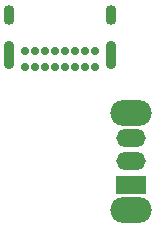
<source format=gbs>
G04 #@! TF.GenerationSoftware,KiCad,Pcbnew,7.0.9-7.0.9~ubuntu22.04.1*
G04 #@! TF.CreationDate,2023-12-26T10:47:29+01:00*
G04 #@! TF.ProjectId,UPDI programmer,55504449-2070-4726-9f67-72616d6d6572,rev?*
G04 #@! TF.SameCoordinates,Original*
G04 #@! TF.FileFunction,Soldermask,Bot*
G04 #@! TF.FilePolarity,Negative*
%FSLAX46Y46*%
G04 Gerber Fmt 4.6, Leading zero omitted, Abs format (unit mm)*
G04 Created by KiCad (PCBNEW 7.0.9-7.0.9~ubuntu22.04.1) date 2023-12-26 10:47:29*
%MOMM*%
%LPD*%
G01*
G04 APERTURE LIST*
%ADD10C,0.700000*%
%ADD11O,0.900000X2.400000*%
%ADD12O,0.900000X1.700000*%
%ADD13O,3.500000X2.200000*%
%ADD14R,2.500000X1.500000*%
%ADD15O,2.500000X1.500000*%
G04 APERTURE END LIST*
D10*
G04 #@! TO.C,J1*
X2975000Y43975000D03*
X2125000Y43975000D03*
X1275000Y43975000D03*
X425000Y43975000D03*
X-425000Y43975000D03*
X-1275000Y43975000D03*
X-2125000Y43975000D03*
X-2975000Y43975000D03*
X-2975000Y45325000D03*
X-2125000Y45325000D03*
X-1275000Y45325000D03*
X-425000Y45325000D03*
X425000Y45325000D03*
X1275000Y45325000D03*
X2125000Y45325000D03*
X2975000Y45325000D03*
D11*
X4325000Y44955000D03*
D12*
X4325000Y48335000D03*
D11*
X-4325000Y44955000D03*
D12*
X-4325000Y48335000D03*
G04 #@! TD*
D13*
G04 #@! TO.C,SW1*
X6000000Y31900000D03*
X6000000Y40100000D03*
D14*
X6000000Y34000000D03*
D15*
X6000000Y36000000D03*
X6000000Y38000000D03*
G04 #@! TD*
M02*

</source>
